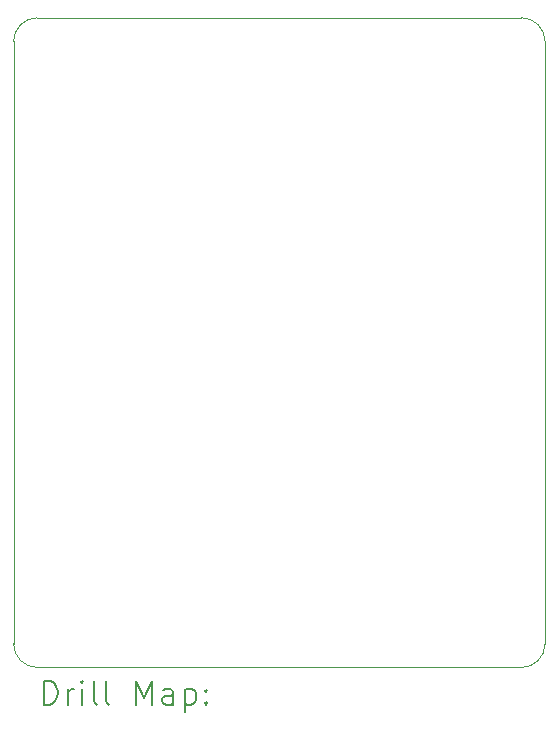
<source format=gbr>
%TF.GenerationSoftware,KiCad,Pcbnew,8.0.4*%
%TF.CreationDate,2024-09-22T10:18:39-03:00*%
%TF.ProjectId,DongleALIVEv2.0,446f6e67-6c65-4414-9c49-564576322e30,2.0*%
%TF.SameCoordinates,Original*%
%TF.FileFunction,Drillmap*%
%TF.FilePolarity,Positive*%
%FSLAX45Y45*%
G04 Gerber Fmt 4.5, Leading zero omitted, Abs format (unit mm)*
G04 Created by KiCad (PCBNEW 8.0.4) date 2024-09-22 10:18:39*
%MOMM*%
%LPD*%
G01*
G04 APERTURE LIST*
%ADD10C,0.050000*%
%ADD11C,0.200000*%
G04 APERTURE END LIST*
D10*
X19907789Y-6976389D02*
G75*
G02*
X20107901Y-7176494I-19J-200131D01*
G01*
X20108000Y-12276894D02*
G75*
G02*
X19907895Y-12477000I-200110J5D01*
G01*
X20107895Y-7176494D02*
X20107895Y-12276894D01*
X15808000Y-12477000D02*
G75*
G02*
X15607900Y-12276894I0J200100D01*
G01*
X15808000Y-6976390D02*
X19907789Y-6976390D01*
X15607894Y-7176496D02*
G75*
G02*
X15808000Y-6976384I200116J-4D01*
G01*
X15607894Y-12276894D02*
X15607894Y-7176496D01*
X19907895Y-12477000D02*
X15808000Y-12477000D01*
D11*
X15866171Y-12790984D02*
X15866171Y-12590984D01*
X15866171Y-12590984D02*
X15913790Y-12590984D01*
X15913790Y-12590984D02*
X15942362Y-12600508D01*
X15942362Y-12600508D02*
X15961409Y-12619555D01*
X15961409Y-12619555D02*
X15970933Y-12638603D01*
X15970933Y-12638603D02*
X15980457Y-12676698D01*
X15980457Y-12676698D02*
X15980457Y-12705269D01*
X15980457Y-12705269D02*
X15970933Y-12743365D01*
X15970933Y-12743365D02*
X15961409Y-12762412D01*
X15961409Y-12762412D02*
X15942362Y-12781460D01*
X15942362Y-12781460D02*
X15913790Y-12790984D01*
X15913790Y-12790984D02*
X15866171Y-12790984D01*
X16066171Y-12790984D02*
X16066171Y-12657650D01*
X16066171Y-12695746D02*
X16075695Y-12676698D01*
X16075695Y-12676698D02*
X16085219Y-12667174D01*
X16085219Y-12667174D02*
X16104266Y-12657650D01*
X16104266Y-12657650D02*
X16123314Y-12657650D01*
X16189981Y-12790984D02*
X16189981Y-12657650D01*
X16189981Y-12590984D02*
X16180457Y-12600508D01*
X16180457Y-12600508D02*
X16189981Y-12610031D01*
X16189981Y-12610031D02*
X16199505Y-12600508D01*
X16199505Y-12600508D02*
X16189981Y-12590984D01*
X16189981Y-12590984D02*
X16189981Y-12610031D01*
X16313790Y-12790984D02*
X16294743Y-12781460D01*
X16294743Y-12781460D02*
X16285219Y-12762412D01*
X16285219Y-12762412D02*
X16285219Y-12590984D01*
X16418552Y-12790984D02*
X16399505Y-12781460D01*
X16399505Y-12781460D02*
X16389981Y-12762412D01*
X16389981Y-12762412D02*
X16389981Y-12590984D01*
X16647124Y-12790984D02*
X16647124Y-12590984D01*
X16647124Y-12590984D02*
X16713790Y-12733841D01*
X16713790Y-12733841D02*
X16780457Y-12590984D01*
X16780457Y-12590984D02*
X16780457Y-12790984D01*
X16961409Y-12790984D02*
X16961409Y-12686222D01*
X16961409Y-12686222D02*
X16951886Y-12667174D01*
X16951886Y-12667174D02*
X16932838Y-12657650D01*
X16932838Y-12657650D02*
X16894743Y-12657650D01*
X16894743Y-12657650D02*
X16875695Y-12667174D01*
X16961409Y-12781460D02*
X16942362Y-12790984D01*
X16942362Y-12790984D02*
X16894743Y-12790984D01*
X16894743Y-12790984D02*
X16875695Y-12781460D01*
X16875695Y-12781460D02*
X16866171Y-12762412D01*
X16866171Y-12762412D02*
X16866171Y-12743365D01*
X16866171Y-12743365D02*
X16875695Y-12724317D01*
X16875695Y-12724317D02*
X16894743Y-12714793D01*
X16894743Y-12714793D02*
X16942362Y-12714793D01*
X16942362Y-12714793D02*
X16961409Y-12705269D01*
X17056648Y-12657650D02*
X17056648Y-12857650D01*
X17056648Y-12667174D02*
X17075695Y-12657650D01*
X17075695Y-12657650D02*
X17113790Y-12657650D01*
X17113790Y-12657650D02*
X17132838Y-12667174D01*
X17132838Y-12667174D02*
X17142362Y-12676698D01*
X17142362Y-12676698D02*
X17151886Y-12695746D01*
X17151886Y-12695746D02*
X17151886Y-12752888D01*
X17151886Y-12752888D02*
X17142362Y-12771936D01*
X17142362Y-12771936D02*
X17132838Y-12781460D01*
X17132838Y-12781460D02*
X17113790Y-12790984D01*
X17113790Y-12790984D02*
X17075695Y-12790984D01*
X17075695Y-12790984D02*
X17056648Y-12781460D01*
X17237600Y-12771936D02*
X17247124Y-12781460D01*
X17247124Y-12781460D02*
X17237600Y-12790984D01*
X17237600Y-12790984D02*
X17228076Y-12781460D01*
X17228076Y-12781460D02*
X17237600Y-12771936D01*
X17237600Y-12771936D02*
X17237600Y-12790984D01*
X17237600Y-12667174D02*
X17247124Y-12676698D01*
X17247124Y-12676698D02*
X17237600Y-12686222D01*
X17237600Y-12686222D02*
X17228076Y-12676698D01*
X17228076Y-12676698D02*
X17237600Y-12667174D01*
X17237600Y-12667174D02*
X17237600Y-12686222D01*
M02*

</source>
